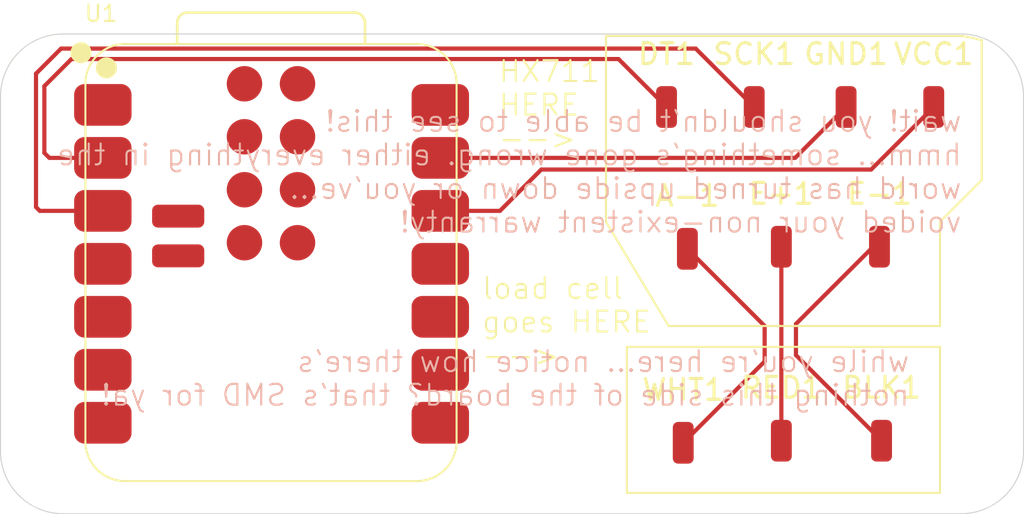
<source format=kicad_pcb>
(kicad_pcb (version 20241229) (generator "pcbnew") (generator_version "9.0")
  (layers (0 "F.Cu" signal) (2 "B.Cu" signal) (13 "F.Paste" user) (15 "B.Paste" user) (5 "F.SilkS" user "F.Silkscreen") (7 "B.SilkS" user "B.Silkscreen") (1 "F.Mask" user) (3 "B.Mask" user) (25 "Edge.Cuts" user))
  (net 0 "")
  (net 20 "DT")
  (net 21 "SCK")
  (net 23 "A-")
  (net 24 "E-")
  (net 25 "E+")
  (net 26 "GND")
  (net 27 "+3.3V")
  (footprint "Connector_Wire:SolderWirePad_1x01_SMD_1x2mm" (layer "F.Cu") (at 68.1 25.5)
    (property "Reference" "SCK1" (at 0 -2.54 0) (layer "F.SilkS"))
    (property "Value" "SCK")
    (pad "1" smd roundrect (at 0 0) (size 1 2) (layers "F.Cu" "F.Mask" "F.Paste") (net 21 "SCK"))
  )
  (footprint "Connector_Wire:SolderWirePad_1x01_SMD_1x2mm" (layer "F.Cu") (at 76.7 25.5)
    (property "Reference" "VCC1" (at 0 -2.54 0) (layer "F.SilkS"))
    (property "Value" "VCC")
    (pad "1" smd roundrect (at 0 0) (size 1 2) (layers "F.Cu" "F.Mask" "F.Paste") (net 27 "+3.3V"))
  )
  (footprint "OPL:XIAO-ESP32S3-SMD" (layer "F.Cu") (at 44.961364 32.973)
    (property "Reference" "U1" (at -9 -11.5 0) (layer "F.SilkS") (effects (font (size 0.78232 0.78232) (thickness 0.10668)) (justify left bottom)))
    (property "Value" "XIAO-ESP32-S3-SMD")
    (fp_line (start -8.896364 8.56) (end -8.896364 -8.585) (stroke (width 0.1)) (layer "F.SilkS"))
    (fp_line (start -6.991364 10.465) (end 6.978636 10.465) (stroke (width 0.1)) (layer "F.SilkS"))
    (fp_line (start -4.501364 -10.49) (end -4.497636 -11.500272) (stroke (width 0.127)) (layer "F.SilkS"))
    (fp_line (start -3.997636 -12) (end 3.997636 -12) (stroke (width 0.127)) (layer "F.SilkS"))
    (fp_line (start 4.497636 -11.5) (end 4.497636 -10.49) (stroke (width 0.127)) (layer "F.SilkS"))
    (fp_line (start 6.978636 -10.49) (end -6.991364 -10.49) (stroke (width 0.1)) (layer "F.SilkS"))
    (fp_line (start 8.883636 8.56) (end 8.883636 -8.585) (stroke (width 0.1)) (layer "F.SilkS"))
    (fp_arc (start -8.896364 -8.589) (mid -8.338402 -9.936038) (end -6.991364 -10.494) (stroke (width 0.1)) (layer "F.SilkS"))
    (fp_arc (start -6.991364 10.465) (mid -8.338402 9.907038) (end -8.896364 8.56) (stroke (width 0.1)) (layer "F.SilkS"))
    (fp_arc (start -4.497636 -11.500272) (mid -4.351088 -11.853644) (end -3.997636 -12) (stroke (width 0.127)) (layer "F.SilkS"))
    (fp_arc (start 3.997636 -12) (mid 4.351189 -11.853553) (end 4.497636 -11.5) (stroke (width 0.127)) (layer "F.SilkS"))
    (fp_arc (start 6.978636 -10.49) (mid 8.325674 -9.932038) (end 8.883636 -8.585) (stroke (width 0.1)) (layer "F.SilkS"))
    (fp_arc (start 8.883636 8.56) (mid 8.325674 9.907038) (end 6.978636 10.465) (stroke (width 0.1)) (layer "F.SilkS"))
    (fp_circle (center -9.106364 -10.074) (end -9.106364 -10.328) (stroke (width 0.5)) (fill yes) (layer "F.SilkS"))
    (fp_circle (center -7.889364 -9.351) (end -7.889364 -9.605) (stroke (width 0.5)) (fill yes) (layer "F.SilkS"))
    (pad "1" smd roundrect (at -8.061364 -7.573) (size 2.75 2) (layers "F.Cu" "F.Mask" "F.Paste"))
    (pad "2" smd roundrect (at -8.061364 -5.033) (size 2.75 2) (layers "F.Cu" "F.Mask" "F.Paste") (net 20 "DT"))
    (pad "3" smd roundrect (at -8.061364 -2.493) (size 2.75 2) (layers "F.Cu" "F.Mask" "F.Paste") (net 21 "SCK"))
    (pad "4" smd roundrect (at -8.061364 0.047) (size 2.75 2) (layers "F.Cu" "F.Mask" "F.Paste"))
    (pad "5" smd roundrect (at -8.061364 2.587) (size 2.75 2) (layers "F.Cu" "F.Mask" "F.Paste"))
    (pad "6" smd roundrect (at -8.061364 5.127) (size 2.75 2) (layers "F.Cu" "F.Mask" "F.Paste"))
    (pad "7" smd roundrect (at -8.061364 7.667) (size 2.75 2) (layers "F.Cu" "F.Mask" "F.Paste"))
    (pad "8" smd roundrect (at 8.103636 7.667) (size 2.75 2) (layers "F.Cu" "F.Mask" "F.Paste"))
    (pad "9" smd roundrect (at 8.103636 5.127) (size 2.75 2) (layers "F.Cu" "F.Mask" "F.Paste"))
    (pad "10" smd roundrect (at 8.103636 2.587) (size 2.75 2) (layers "F.Cu" "F.Mask" "F.Paste"))
    (pad "11" smd roundrect (at 8.103636 0.047) (size 2.75 2) (layers "F.Cu" "F.Mask" "F.Paste"))
    (pad "12" smd roundrect (at 8.103636 -2.493) (size 2.75 2) (layers "F.Cu" "F.Mask" "F.Paste") (net 27 "+3.3V"))
    (pad "13" smd roundrect (at 8.103636 -5.033) (size 2.75 2) (layers "F.Cu" "F.Mask" "F.Paste") (net 26 "GND"))
    (pad "14" smd roundrect (at 8.103636 -7.573) (size 2.75 2) (layers "F.Cu" "F.Mask" "F.Paste"))
    (pad "15" smd roundrect (at -4.451364 -0.335 180) (size 2.5 1.1) (layers "F.Cu" "F.Mask" "F.Paste"))
    (pad "16" smd roundrect (at -4.451364 -2.24 180) (size 2.5 1.1) (layers "F.Cu" "F.Mask" "F.Paste"))
    (pad "17" smd circle (at -1.276364 -8.585) (size 1.7 1.7) (layers "F.Cu" "F.Mask" "F.Paste"))
    (pad "18" smd circle (at 1.263636 -8.585) (size 1.7 1.7) (layers "F.Cu" "F.Mask" "F.Paste"))
    (pad "19" smd circle (at -1.276364 -6.045) (size 1.7 1.7) (layers "F.Cu" "F.Mask" "F.Paste"))
    (pad "20" smd circle (at 1.263636 -6.045) (size 1.7 1.7) (layers "F.Cu" "F.Mask" "F.Paste"))
    (pad "21" smd circle (at -1.276364 -3.505) (size 1.7 1.7) (layers "F.Cu" "F.Mask" "F.Paste"))
    (pad "22" smd circle (at 1.263636 -3.505) (size 1.7 1.7) (layers "F.Cu" "F.Mask" "F.Paste"))
    (pad "23" smd circle (at -1.276364 -0.965) (size 1.7 1.7) (layers "F.Cu" "F.Mask" "F.Paste"))
    (pad "24" smd circle (at 1.263636 -0.965) (size 1.7 1.7) (layers "F.Cu" "F.Mask" "F.Paste"))
  )
  (footprint "Connector_Wire:SolderWirePad_1x01_SMD_1x2mm" (layer "F.Cu") (at 63.9 25.5)
    (property "Reference" "DT1" (at 0 -2.54 0) (layer "F.SilkS"))
    (property "Value" "DT")
    (pad "1" smd roundrect (at 0 0) (size 1 2) (layers "F.Cu" "F.Mask" "F.Paste") (net 20 "DT"))
  )
  (footprint "Connector_Wire:SolderWirePad_1x01_SMD_1x2mm" (layer "F.Cu") (at 72.5 25.5)
    (property "Reference" "GND1" (at 0 -2.54 0) (layer "F.SilkS"))
    (property "Value" "GND")
    (pad "1" smd roundrect (at 0 0) (size 1 2) (layers "F.Cu" "F.Mask" "F.Paste") (net 26 "GND"))
  )
  (footprint "Connector_Wire:SolderWirePad_1x01_SMD_1x2mm" (layer "F.Cu") (at 69.4 32.2)
    (property "Reference" "E+1" (at 0 -2.54 0) (layer "F.SilkS"))
    (property "Value" "E+")
    (pad "1" smd roundrect (at 0 0) (size 1 2) (layers "F.Cu" "F.Mask" "F.Paste") (net 25 "E+"))
  )
  (footprint "Connector_Wire:SolderWirePad_1x01_SMD_1x2mm" (layer "F.Cu") (at 74.1 32.2)
    (property "Reference" "E-1" (at 0 -2.54 0) (layer "F.SilkS"))
    (property "Value" "E-")
    (pad "1" smd roundrect (at 0 0) (size 1 2) (layers "F.Cu" "F.Mask" "F.Paste") (net 24 "E-"))
  )
  (footprint "Connector_Wire:SolderWirePad_1x01_SMD_1x2mm" (layer "F.Cu") (at 64.7 41.6)
    (property "Reference" "WHT1" (at 0 -2.54 0) (layer "F.SilkS"))
    (property "Value" "A-")
    (pad "1" smd roundrect (at 0 0) (size 1 2) (layers "F.Cu" "F.Mask" "F.Paste") (net 23 "A-"))
  )
  (footprint "Connector_Wire:SolderWirePad_1x01_SMD_1x2mm" (layer "F.Cu") (at 69.4 41.5)
    (property "Reference" "RED1" (at 0 -2.54 0) (layer "F.SilkS"))
    (property "Value" "E+")
    (pad "1" smd roundrect (at 0 0) (size 1 2) (layers "F.Cu" "F.Mask" "F.Paste") (net 25 "E+"))
  )
  (footprint "Connector_Wire:SolderWirePad_1x01_SMD_1x2mm" (layer "F.Cu") (at 74.2 41.5)
    (property "Reference" "BLK1" (at 0 -2.54 0) (layer "F.SilkS"))
    (property "Value" "E-")
    (pad "1" smd roundrect (at 0 0) (size 1 2) (layers "F.Cu" "F.Mask" "F.Paste") (net 24 "E-"))
  )
  (footprint "Connector_Wire:SolderWirePad_1x01_SMD_1x2mm" (layer "F.Cu") (at 64.9 32.3)
    (property "Reference" "A-1" (at 0 -2.54 0) (layer "F.SilkS"))
    (property "Value" "A-")
    (pad "1" smd roundrect (at 0 0) (size 1 2) (layers "F.Cu" "F.Mask" "F.Paste") (net 23 "A-"))
  )
  (gr_line (start 78.1 22.1) (end 78.6 22.2) (stroke (width 0.1)) (layer "F.SilkS"))
  (gr_line (start 79 22.3) (end 79 23) (stroke (width 0.1)) (layer "F.SilkS"))
  (gr_line (start 77 44) (end 77 37) (stroke (width 0.1)) (layer "F.SilkS"))
  (gr_line (start 77 37) (end 62 37) (stroke (width 0.1)) (layer "F.SilkS"))
  (gr_line (start 77 31) (end 79 29) (stroke (width 0.1)) (layer "F.SilkS"))
  (gr_line (start 61 23) (end 61 22.1) (stroke (width 0.1)) (layer "F.SilkS"))
  (gr_line (start 62 44) (end 77 44) (stroke (width 0.1)) (layer "F.SilkS"))
  (gr_line (start 64 36) (end 77 36) (stroke (width 0.1)) (layer "F.SilkS"))
  (gr_line (start 61 22.1) (end 78.1 22.1) (stroke (width 0.1)) (layer "F.SilkS"))
  (gr_line (start 61 31) (end 61 23) (stroke (width 0.1)) (layer "F.SilkS"))
  (gr_line (start 77 36) (end 77 31) (stroke (width 0.1)) (layer "F.SilkS"))
  (gr_line (start 62 37) (end 62 44) (stroke (width 0.1)) (layer "F.SilkS"))
  (gr_line (start 61 31) (end 64 36) (stroke (width 0.1)) (layer "F.SilkS"))
  (gr_line (start 79 29) (end 79 23) (stroke (width 0.1)) (layer "F.SilkS"))
  (gr_line (start 78.6 22.2) (end 79 22.3) (stroke (width 0.1)) (layer "F.SilkS"))
  (gr_arc (start 78 22) (mid 80.12132 22.87868) (end 81 25) (stroke (width 0.05)) (layer "Edge.Cuts"))
  (gr_arc (start 35 45) (mid 32.87868 44.12132) (end 32 42) (stroke (width 0.05)) (layer "Edge.Cuts"))
  (gr_line (start 32 25) (end 32 42) (stroke (width 0.05)) (layer "Edge.Cuts"))
  (gr_arc (start 81 42) (mid 80.12132 44.12132) (end 78 45) (stroke (width 0.05)) (layer "Edge.Cuts"))
  (gr_arc (start 32 25) (mid 32.87868 22.87868) (end 35 22) (stroke (width 0.05)) (layer "Edge.Cuts"))
  (gr_line (start 35 45) (end 78 45) (stroke (width 0.05)) (layer "Edge.Cuts"))
  (gr_line (start 78 22) (end 35 22) (stroke (width 0.05)) (layer "Edge.Cuts"))
  (gr_line (start 81 42) (end 81 25) (stroke (width 0.05)) (layer "Edge.Cuts"))
  (gr_text "load cell\ngoes HERE\n-->" (at 55 38 0) (layer "F.SilkS") (effects (font (size 1 1) (thickness 0.1)) (justify left bottom)))
  (gr_text "HX711\nHERE\n-->" (at 55.8 27.6 0) (layer "F.SilkS") (effects (font (size 1 1) (thickness 0.1)) (justify left bottom)))
  (gr_text "while you're here... notice how there's \nnothing this side of the board? that's SMD for ya!" (at 75.6 39.9 0) (layer "B.SilkS") (effects (font (size 1 1) (thickness 0.1)) (justify left bottom mirror)))
  (gr_text "wait! you shouldn't be able to see this!\nhmm... something's gone wrong. either everything in the\nworld has turned upside down or you've...\nvoided your non-existent warranty!" (at 78.1 31.6 0) (layer "B.SilkS") (effects (font (size 1 1) (thickness 0.1)) (justify left bottom mirror)))
  (segment (start 34.1 24.5) (end 34.1 27.7) (width 0.2) (layer "F.Cu") (net 20))
  (segment (start 34.1 27.7) (end 34.34 27.94) (width 0.2) (layer "F.Cu") (net 20))
  (segment (start 34.34 27.94) (end 36.9 27.94) (width 0.2) (layer "F.Cu") (net 20))
  (segment (start 61.6 23.2) (end 35.4 23.2) (width 0.2) (layer "F.Cu") (net 20))
  (segment (start 35.4 23.2) (end 34.1 24.5) (width 0.2) (layer "F.Cu") (net 20))
  (segment (start 63.9 25.5) (end 61.6 23.2) (width 0.2) (layer "F.Cu") (net 20))
  (segment (start 34.9 22.7) (end 33.7 23.9) (width 0.2) (layer "F.Cu") (net 21))
  (segment (start 68.1 25.5) (end 65.3 22.7) (width 0.2) (layer "F.Cu") (net 21))
  (segment (start 33.7 30.3) (end 33.88 30.48) (width 0.2) (layer "F.Cu") (net 21))
  (segment (start 65.3 22.7) (end 34.9 22.7) (width 0.2) (layer "F.Cu") (net 21))
  (segment (start 33.88 30.48) (end 36.9 30.48) (width 0.2) (layer "F.Cu") (net 21))
  (segment (start 33.7 23.9) (end 33.7 30.3) (width 0.2) (layer "F.Cu") (net 21))
  (segment (start 64.7 41.6) (end 68.6 37.7) (width 0.2) (layer "F.Cu") (net 23))
  (segment (start 68.6 36) (end 64.9 32.3) (width 0.2) (layer "F.Cu") (net 23))
  (segment (start 68.6 37.7) (end 68.6 36) (width 0.2) (layer "F.Cu") (net 23))
  (segment (start 73.8 32.2) (end 74.1 32.2) (width 0.2) (layer "F.Cu") (net 24))
  (segment (start 70.1 37.4) (end 70.1 35.9) (width 0.2) (layer "F.Cu") (net 24))
  (segment (start 74.2 41.5) (end 70.1 37.4) (width 0.2) (layer "F.Cu") (net 24))
  (segment (start 70.1 35.9) (end 73.8 32.2) (width 0.2) (layer "F.Cu") (net 24))
  (segment (start 69.4 41.5) (end 69.4 32.2) (width 0.2) (layer "F.Cu") (net 25))
  (segment (start 70.06 27.94) (end 53.065 27.94) (width 0.2) (layer "F.Cu") (net 26))
  (segment (start 72.5 25.5) (end 70.06 27.94) (width 0.2) (layer "F.Cu") (net 26))
  (segment (start 76.7 25.5) (end 73.7 28.5) (width 0.2) (layer "F.Cu") (net 27))
  (segment (start 73.7 28.5) (end 57.9 28.5) (width 0.2) (layer "F.Cu") (net 27))
  (segment (start 55.92 30.48) (end 53.065 30.48) (width 0.2) (layer "F.Cu") (net 27))
  (segment (start 57.9 28.5) (end 55.92 30.48) (width 0.2) (layer "F.Cu") (net 27))
)
</source>
